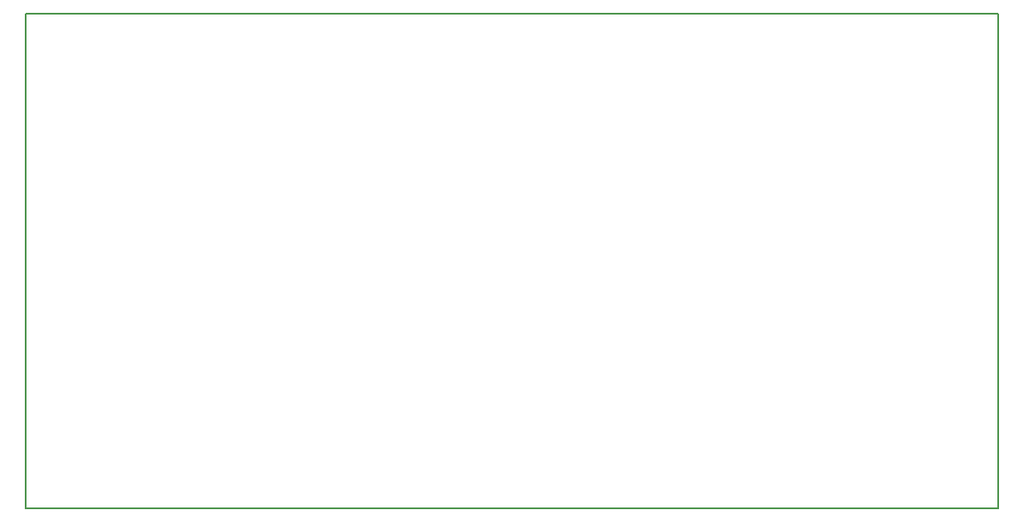
<source format=gbr>
%TF.GenerationSoftware,KiCad,Pcbnew,(6.0.4)*%
%TF.CreationDate,2025-06-12T14:40:54+01:00*%
%TF.ProjectId,Ring_Resonator_with_solder_mask,52696e67-5f52-4657-936f-6e61746f725f,rev?*%
%TF.SameCoordinates,Original*%
%TF.FileFunction,Profile,NP*%
%FSLAX46Y46*%
G04 Gerber Fmt 4.6, Leading zero omitted, Abs format (unit mm)*
G04 Created by KiCad (PCBNEW (6.0.4)) date 2025-06-12 14:40:54*
%MOMM*%
%LPD*%
G01*
G04 APERTURE LIST*
%TA.AperFunction,Profile*%
%ADD10C,0.200000*%
%TD*%
G04 APERTURE END LIST*
D10*
X-48100000Y24500000D02*
X48100000Y24500000D01*
X48100000Y24500000D02*
X48100000Y-24500000D01*
X48100000Y-24500000D02*
X-48100000Y-24500000D01*
X-48100000Y-24500000D02*
X-48100000Y24500000D01*
M02*

</source>
